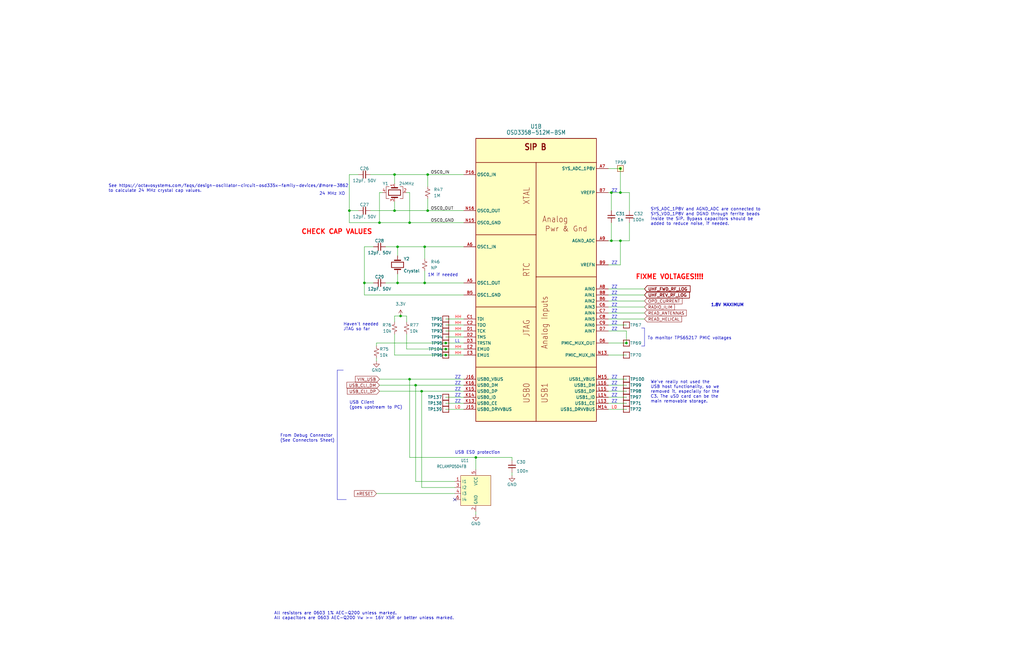
<source format=kicad_sch>
(kicad_sch (version 20230121) (generator eeschema)
  (paper "USLedger")
  (title_block (title "OreSat C3: OSD3358 SIP B") (date "2023-05-29") (rev "6.0"))
  (lib_symbols
    (symbol "Device:C_Small" (pin_numbers hide) (pin_names (offset 0.254) hide)
      (property "Reference" "C" (at 0.254 1.778 0))
      (property "Value" "C_Small" (at 0.254 -2.032 0))
      (symbol "C_Small_1_1"
        (pin passive line (at 0 2.54 270) (length 2.032) (name "~") (number "1"))
        (pin passive line (at 0 -2.54 90) (length 2.032) (name "~") (number "2"))
      )
    )
    (symbol "Device:Crystal" (pin_numbers hide) (pin_names (offset 1.016) hide)
      (property "Reference" "Y" (at 0 3.81 0))
      (property "Value" "Crystal" (at 0 -3.81 0))
      (symbol "Crystal_1_1"
        (pin passive line (at -3.81 0 0) (length 1.27) (name "1") (number "1"))
        (pin passive line (at 3.81 0 180) (length 1.27) (name "2") (number "2"))
      )
    )
    (symbol "Device:Crystal_GND24" (pin_names (offset 1.016) hide)
      (property "Reference" "Y" (at 3.175 5.08 0))
      (property "Value" "Crystal_GND24" (at 3.175 3.175 0))
      (symbol "Crystal_GND24_1_1"
        (pin passive line (at -3.81 0 0) (length 1.27) (name "1") (number "1"))
        (pin passive line (at 0 5.08 270) (length 1.27) (name "2") (number "2"))
        (pin passive line (at 3.81 0 180) (length 1.27) (name "3") (number "3"))
        (pin passive line (at 0 -5.08 90) (length 1.27) (name "4") (number "4"))
      )
    )
    (symbol "Device:R_Small_US" (pin_numbers hide) (pin_names (offset 0.254) hide)
      (property "Reference" "R" (at 0.762 0.508 0))
      (property "Value" "R_Small_US" (at 0.762 -1.016 0))
      (symbol "R_Small_US_1_1"
        (pin passive line (at 0 2.54 270) (length 1.016) (name "~") (number "1"))
        (pin passive line (at 0 -2.54 90) (length 1.016) (name "~") (number "2"))
      )
    )
    (symbol "oresat-ics:OSD3358-512M-BSM"
      (property "Reference" "U" (at 0 87.63 0))
      (property "Value" "OSD3358-512M-BSM" (at 0 85.09 0))
      (symbol "OSD3358-512M-BSM_1_0"
        (text "Connect to either:\nSYS_VDD_1P8V or\nSYS_VDD3_3P3V" (at 8.89 -21.59 900) (effects (font (size 1.27 1.0795)) (justify bottom)))
        (text "Connect together with pour" (at 5.08 -60.96 900) (effects (font (size 1.27 1.0795)) (justify left bottom)))
        (text "Connect together with pour" (at 5.08 -7.62 900) (effects (font (size 1.27 1.0795)) (justify left bottom)))
        (text "GND to program EEPROM" (at -25.4 -71.12 0) (effects (font (size 1.27 1.0795)) (justify left bottom)))
        (text "I2C0" (at -2.54 -60.96 900) (effects (font (size 2.54 2.159)) (justify left bottom)))
        (text "Reset" (at 5.08 -81.28 900) (effects (font (size 2.54 2.159)) (justify left bottom)))
        (text "SIP A" (at -20.32 17.78 0) (effects (font (size 2.54 2.159) bold) (justify left bottom)))
        (pin bidirectional line (at -35.56 -53.34 0) (length 5.08) (name "I2C0_SCL") (number "C10"))
        (pin bidirectional line (at -35.56 -63.5 0) (length 5.08) (name "I2C0_SDA") (number "C11"))
        (pin bidirectional line (at -35.56 -50.8 0) (length 5.08) (name "PMIC_SCL") (number "D10"))
        (pin bidirectional line (at -35.56 -60.96 0) (length 5.08) (name "PMIC_SDA") (number "D11"))
        (pin bidirectional line (at -35.56 -40.64 0) (length 5.08) (name "EXTINTN") (number "D4"))
        (pin output line (at -35.56 -38.1 0) (length 5.08) (name "PMIC_NINT") (number "E4"))
        (pin power_in line (at 35.56 -38.1 180) (length 5.08) (name "SYS_VDD_1P8V@1") (number "F10"))
        (pin power_in line (at 35.56 43.18 180) (length 5.08) (name "SYS_VDD2_3P3V@1") (number "F11"))
        (pin power_in line (at 35.56 60.96 180) (length 5.08) (name "SYS_VDD1_3P3V@1") (number "F6"))
        (pin power_in line (at 35.56 58.42 180) (length 5.08) (name "SYS_VDD1_3P3V@2") (number "F7"))
        (pin power_in line (at 35.56 12.7 180) (length 5.08) (name "SYS_VDD3_3P3V@1") (number "F8"))
        (pin power_in line (at 35.56 -22.86 180) (length 5.08) (name "VDDSHV4") (number "F9"))
        (pin power_in line (at 35.56 -40.64 180) (length 5.08) (name "SYS_VDD_1P8V@2") (number "G10"))
        (pin power_in line (at 35.56 40.64 180) (length 5.08) (name "SYS_VDD2_3P3V@2") (number "G11"))
        (pin power_in line (at 35.56 55.88 180) (length 5.08) (name "SYS_VDD1_3P3V@3") (number "G6"))
        (pin power_in line (at 35.56 53.34 180) (length 5.08) (name "SYS_VDD1_3P3V@4") (number "G7"))
        (pin power_in line (at 35.56 10.16 180) (length 5.08) (name "SYS_VDD3_3P3V@2") (number "G8"))
        (pin power_in line (at 35.56 -25.4 180) (length 5.08) (name "VDDSHV5") (number "G9"))
        (pin power_in line (at 35.56 -43.18 180) (length 5.08) (name "SYS_VDD_1P8V@3") (number "H10"))
        (pin power_in line (at 35.56 -45.72 180) (length 5.08) (name "SYS_VDD_1P8V@4") (number "H11"))
        (pin power_in line (at 35.56 7.62 180) (length 5.08) (name "SYS_VDD3_3P3V@3") (number "H7"))
        (pin power_in line (at 35.56 5.08 180) (length 5.08) (name "SYS_VDD3_3P3V@4") (number "H8"))
        (pin power_in line (at 35.56 -27.94 180) (length 5.08) (name "VDDSHV6") (number "H9"))
        (pin power_in line (at 35.56 -48.26 180) (length 5.08) (name "SYS_VDD_1P8V@5") (number "J10"))
        (pin power_in line (at 35.56 -50.8 180) (length 5.08) (name "SYS_VDD_1P8V@6") (number "J11"))
        (pin power_in line (at 35.56 2.54 180) (length 5.08) (name "SYS_VDD3_3P3V@5") (number "J7"))
        (pin power_in line (at 35.56 0 180) (length 5.08) (name "SYS_VDD3_3P3V@6") (number "J8"))
        (pin power_in line (at 35.56 -15.24 180) (length 5.08) (name "VDDSHV1") (number "J9"))
        (pin power_in line (at 35.56 -53.34 180) (length 5.08) (name "SYS_VDD_1P8V@7") (number "K10"))
        (pin power_in line (at 35.56 30.48 180) (length 5.08) (name "SYS_RTC_1P8V@1") (number "K11"))
        (pin power_in line (at 35.56 78.74 180) (length 5.08) (name "SYS_VOUT@1") (number "K6"))
        (pin power_in line (at 35.56 76.2 180) (length 5.08) (name "SYS_VOUT@2") (number "K7"))
        (pin power_in line (at 35.56 -2.54 180) (length 5.08) (name "SYS_VDD3_3P3V@7") (number "K8"))
        (pin power_in line (at 35.56 -17.78 180) (length 5.08) (name "VDDSHV2") (number "K9"))
        (pin power_in line (at 35.56 -55.88 180) (length 5.08) (name "SYS_VDD_1P8V@8") (number "L10"))
        (pin power_in line (at 35.56 27.94 180) (length 5.08) (name "SYS_RTC_1P8V@2") (number "L11"))
        (pin output line (at -35.56 -30.48 0) (length 5.08) (name "PMIC_NWAKEUP") (number "L4"))
        (pin power_in line (at 35.56 73.66 180) (length 5.08) (name "SYS_VOUT@3") (number "L6"))
        (pin power_in line (at 35.56 71.12 180) (length 5.08) (name "SYS_VOUT@4") (number "L7"))
        (pin power_in line (at 35.56 -5.08 180) (length 5.08) (name "SYS_VDD3_3P3V@8") (number "L8"))
        (pin power_in line (at 35.56 -20.32 180) (length 5.08) (name "VDDSHV3") (number "L9"))
        (pin bidirectional line (at -35.56 5.08 0) (length 5.08) (name "PMIC_NRESET") (number "M13"))
        (pin bidirectional line (at -35.56 -83.82 0) (length 5.08) (name "RTC_KALDO_ENN") (number "M16"))
        (pin bidirectional line (at -35.56 -73.66 0) (length 5.08) (name "EEPROM_WP") (number "M2"))
        (pin bidirectional line (at -35.56 -33.02 0) (length 5.08) (name "EXT_WAKEUP") (number "M4"))
        (pin output line (at -35.56 -17.78 0) (length 5.08) (name "PMIC_POWER_EN") (number "N10"))
        (pin input line (at -35.56 -15.24 0) (length 5.08) (name "PMIC_PWR_EN") (number "N11"))
        (pin output line (at 35.56 -71.12 180) (length 5.08) (name "PMIC_PGOOD") (number "N12"))
        (pin output line (at -35.56 -22.86 0) (length 5.08) (name "PMIC_LDO_PGOOD") (number "N4"))
        (pin bidirectional line (at -35.56 -25.4 0) (length 5.08) (name "RTC_PWRONRSTN") (number "N5"))
        (pin bidirectional line (at -35.56 35.56 0) (length 5.08) (name "PMIC_TS") (number "N6"))
        (pin bidirectional line (at -35.56 38.1 0) (length 5.08) (name "PMIC_BAT_SENSE") (number "N7"))
        (pin power_in line (at -35.56 78.74 0) (length 5.08) (name "VIN_AC@1") (number "P10"))
        (pin bidirectional line (at 35.56 -73.66 180) (length 5.08) (name "PWRONRSTN") (number "P11"))
        (pin power_in line (at -35.56 48.26 0) (length 5.08) (name "VIN_BAT@1") (number "P8"))
        (pin power_in line (at -35.56 63.5 0) (length 5.08) (name "VIN_USB@1") (number "P9"))
        (pin power_in line (at -35.56 76.2 0) (length 5.08) (name "VIN_AC@2") (number "R10"))
        (pin bidirectional line (at 35.56 -83.82 180) (length 5.08) (name "WARMRSTN") (number "R11"))
        (pin power_in line (at -35.56 45.72 0) (length 5.08) (name "VIN_BAT@2") (number "R8"))
        (pin power_in line (at -35.56 60.96 0) (length 5.08) (name "VIN_USB@2") (number "R9"))
        (pin power_in line (at -35.56 73.66 0) (length 5.08) (name "VIN_AC@3") (number "T10"))
        (pin bidirectional line (at -35.56 -5.08 0) (length 5.08) (name "PMIC_PB_IN") (number "T11"))
        (pin power_in line (at -35.56 43.18 0) (length 5.08) (name "VIN_BAT@3") (number "T8"))
        (pin power_in line (at -35.56 58.42 0) (length 5.08) (name "VIN_USB@3") (number "T9"))
      )
      (symbol "OSD3358-512M-BSM_2_0"
        (text "Analog" (at 2.54 22.86 0) (effects (font (size 2.54 2.159)) (justify left bottom)))
        (text "Analog Inputs" (at 5.08 -30.48 900) (effects (font (size 2.54 2.159)) (justify left bottom)))
        (text "JTAG" (at -2.54 -25.4 900) (effects (font (size 2.54 2.159)) (justify left bottom)))
        (text "Pwr & Gnd" (at 12.7 20.32 0) (effects (font (size 2.159 2.159))))
        (text "RTC" (at -2.54 0 900) (effects (font (size 2.54 2.159)) (justify left bottom)))
        (text "SIP B" (at -5.08 53.34 0) (effects (font (size 2.54 2.159) bold) (justify left bottom)))
        (text "USB0" (at -2.54 -53.34 900) (effects (font (size 2.54 2.159)) (justify left bottom)))
        (text "USB1" (at 5.08 -53.34 900) (effects (font (size 2.54 2.159)) (justify left bottom)))
        (text "XTAL" (at -2.54 30.48 900) (effects (font (size 2.54 2.159)) (justify left bottom)))
        (pin bidirectional line (at -30.48 -2.54 0) (length 5.08) (name "OSC1_OUT") (number "A5"))
        (pin bidirectional line (at -30.48 12.7 0) (length 5.08) (name "OSC1_IN") (number "A6"))
        (pin bidirectional line (at 30.48 45.72 180) (length 5.08) (name "SYS_ADC_1P8V") (number "A7"))
        (pin bidirectional line (at 30.48 -5.08 180) (length 5.08) (name "AIN0") (number "A8"))
        (pin bidirectional line (at 30.48 15.24 180) (length 5.08) (name "AGND_ADC") (number "A9"))
        (pin bidirectional line (at -30.48 -7.62 0) (length 5.08) (name "OSC1_GND") (number "B5"))
        (pin bidirectional line (at 30.48 -10.16 180) (length 5.08) (name "AIN2") (number "B6"))
        (pin bidirectional line (at 30.48 35.56 180) (length 5.08) (name "VREFP") (number "B7"))
        (pin bidirectional line (at 30.48 -7.62 180) (length 5.08) (name "AIN1") (number "B8"))
        (pin bidirectional line (at 30.48 5.08 180) (length 5.08) (name "VREFN") (number "B9"))
        (pin bidirectional line (at -30.48 -17.78 0) (length 5.08) (name "TDI") (number "C1"))
        (pin bidirectional line (at -30.48 -20.32 0) (length 5.08) (name "TDO") (number "C2"))
        (pin bidirectional line (at 30.48 -12.7 180) (length 5.08) (name "AIN3") (number "C6"))
        (pin bidirectional line (at 30.48 -15.24 180) (length 5.08) (name "AIN4") (number "C7"))
        (pin bidirectional line (at 30.48 -17.78 180) (length 5.08) (name "AIN5") (number "C8"))
        (pin bidirectional line (at 30.48 -20.32 180) (length 5.08) (name "AIN6") (number "C9"))
        (pin bidirectional line (at -30.48 -22.86 0) (length 5.08) (name "TCK") (number "D1"))
        (pin bidirectional line (at -30.48 -25.4 0) (length 5.08) (name "TMS") (number "D2"))
        (pin bidirectional line (at -30.48 -27.94 0) (length 5.08) (name "TRSTN") (number "D3"))
        (pin bidirectional line (at 30.48 -27.94 180) (length 5.08) (name "PMIC_MUX_OUT") (number "D6"))
        (pin bidirectional line (at 30.48 -22.86 180) (length 5.08) (name "AIN7") (number "D7"))
        (pin bidirectional line (at -30.48 -30.48 0) (length 5.08) (name "EMU0") (number "E2"))
        (pin bidirectional line (at -30.48 -33.02 0) (length 5.08) (name "EMU1") (number "E3"))
        (pin bidirectional line (at -30.48 -55.88 0) (length 5.08) (name "USB0_DRVVBUS") (number "J15"))
        (pin bidirectional line (at -30.48 -43.18 0) (length 5.08) (name "USB0_VBUS") (number "J16"))
        (pin bidirectional line (at -30.48 -53.34 0) (length 5.08) (name "USB0_CE") (number "K13"))
        (pin bidirectional line (at -30.48 -50.8 0) (length 5.08) (name "USB0_ID") (number "K14"))
        (pin bidirectional line (at -30.48 -48.26 0) (length 5.08) (name "USB0_DP") (number "K15"))
        (pin bidirectional line (at -30.48 -45.72 0) (length 5.08) (name "USB0_DM") (number "K16"))
        (pin bidirectional line (at 30.48 -53.34 180) (length 5.08) (name "USB1_CE") (number "L13"))
        (pin bidirectional line (at 30.48 -50.8 180) (length 5.08) (name "USB1_ID") (number "L14"))
        (pin bidirectional line (at 30.48 -48.26 180) (length 5.08) (name "USB1_DP") (number "L15"))
        (pin bidirectional line (at 30.48 -45.72 180) (length 5.08) (name "USB1_DM") (number "L16"))
        (pin bidirectional line (at 30.48 -55.88 180) (length 5.08) (name "USB1_DRVVBUS") (number "M14"))
        (pin bidirectional line (at 30.48 -43.18 180) (length 5.08) (name "USB1_VBUS") (number "M15"))
        (pin bidirectional line (at 30.48 -33.02 180) (length 5.08) (name "PMIC_MUX_IN") (number "N13"))
        (pin bidirectional line (at -30.48 22.86 0) (length 5.08) (name "OSC0_GND") (number "N15"))
        (pin bidirectional line (at -30.48 27.94 0) (length 5.08) (name "OSC0_OUT") (number "N16"))
        (pin bidirectional line (at -30.48 43.18 0) (length 5.08) (name "OSC0_IN") (number "P16"))
      )
      (symbol "OSD3358-512M-BSM_3_0"
        (text "SIP C" (at -5.08 53.34 0) (effects (font (size 2.54 2.159) bold) (justify left bottom)))
        (pin bidirectional line (at -30.48 -12.7 0) (length 5.08) (name "MCASP0_ACLKX") (number "A1"))
        (pin bidirectional line (at -30.48 33.02 0) (length 5.08) (name "UART1_RTSN") (number "A10"))
        (pin bidirectional line (at -30.48 38.1 0) (length 5.08) (name "UART1_RXD") (number "A11"))
        (pin bidirectional line (at -30.48 53.34 0) (length 5.08) (name "UART0_RXD") (number "A12"))
        (pin bidirectional line (at -30.48 25.4 0) (length 5.08) (name "SPI0_SCLK") (number "A13"))
        (pin bidirectional line (at -30.48 17.78 0) (length 5.08) (name "SPI0_CS0") (number "A14"))
        (pin bidirectional line (at -30.48 0 0) (length 5.08) (name "MMC0_DAT1") (number "A15"))
        (pin bidirectional line (at -30.48 2.54 0) (length 5.08) (name "MMC0_DAT0") (number "A16"))
        (pin bidirectional line (at -30.48 -15.24 0) (length 5.08) (name "MCASP0_FSX") (number "A2"))
        (pin bidirectional line (at -30.48 -22.86 0) (length 5.08) (name "MCASP0_ACLKR") (number "A3"))
        (pin bidirectional line (at -30.48 -38.1 0) (length 5.08) (name "XDMA_EVENT_INTR0") (number "A4"))
        (pin bidirectional line (at -30.48 -20.32 0) (length 5.08) (name "MCASP0_AHCLKR") (number "B1"))
        (pin bidirectional line (at -30.48 35.56 0) (length 5.08) (name "UART1_CTSN") (number "B10"))
        (pin bidirectional line (at -30.48 40.64 0) (length 5.08) (name "UART1_TXD") (number "B11"))
        (pin bidirectional line (at -30.48 55.88 0) (length 5.08) (name "UART0_TXD") (number "B12"))
        (pin bidirectional line (at -30.48 22.86 0) (length 5.08) (name "SPI0_D0") (number "B13"))
        (pin bidirectional line (at -30.48 20.32 0) (length 5.08) (name "SPI0_D1") (number "B14"))
        (pin bidirectional line (at -30.48 7.62 0) (length 5.08) (name "MMC0_CLK") (number "B15"))
        (pin bidirectional line (at -30.48 5.08 0) (length 5.08) (name "MMC0_CMD") (number "B16"))
        (pin bidirectional line (at -30.48 -17.78 0) (length 5.08) (name "MCASP0_AXR0") (number "B2"))
        (pin bidirectional line (at -30.48 -25.4 0) (length 5.08) (name "MCASP0_FSR") (number "B3"))
        (pin bidirectional line (at -30.48 -40.64 0) (length 5.08) (name "XDMA_EVENT_INTR1") (number "B4"))
        (pin bidirectional line (at -30.48 50.8 0) (length 5.08) (name "UART0_CTSN") (number "C12"))
        (pin bidirectional line (at -30.48 48.26 0) (length 5.08) (name "UART0_RTSN") (number "C13"))
        (pin bidirectional line (at -30.48 15.24 0) (length 5.08) (name "SPI0_CS1") (number "C14"))
        (pin bidirectional line (at -30.48 -5.08 0) (length 5.08) (name "MMC0_DAT3") (number "C15"))
        (pin bidirectional line (at -30.48 -2.54 0) (length 5.08) (name "MMC0_DAT2") (number "C16"))
        (pin bidirectional line (at -30.48 -27.94 0) (length 5.08) (name "MCASP0_AXR1") (number "C3"))
        (pin bidirectional line (at -30.48 -30.48 0) (length 5.08) (name "MCASP0_AHCLKX") (number "C4"))
        (pin bidirectional line (at -30.48 -43.18 0) (length 5.08) (name "ECAP0_IN_PWM0_OUT") (number "C5"))
        (pin bidirectional line (at 30.48 -50.8 180) (length 5.08) (name "GPMC_ADVN_ALE") (number "M1"))
        (pin bidirectional line (at 30.48 -58.42 180) (length 5.08) (name "GPMC_OEN_REN") (number "N1"))
        (pin bidirectional line (at 30.48 17.78 180) (length 5.08) (name "GPMC_BEN1") (number "N14"))
        (pin bidirectional line (at 30.48 -55.88 180) (length 5.08) (name "GPMC_WEN") (number "N2"))
        (pin bidirectional line (at 30.48 -53.34 180) (length 5.08) (name "GPMC_BEN0_CLE") (number "N3"))
        (pin bidirectional line (at 30.48 2.54 180) (length 5.08) (name "GPMC_CSN2") (number "P1"))
        (pin bidirectional line (at 30.48 45.72 180) (length 5.08) (name "GPMC_A2") (number "P12"))
        (pin bidirectional line (at 30.48 38.1 180) (length 5.08) (name "GPMC_A5") (number "P13"))
        (pin bidirectional line (at 30.48 30.48 180) (length 5.08) (name "GPMC_A8") (number "P14"))
        (pin bidirectional line (at 30.48 15.24 180) (length 5.08) (name "GPMC_WAIT0") (number "P15"))
        (pin bidirectional line (at 30.48 5.08 180) (length 5.08) (name "GPMC_CSN1") (number "P2"))
        (pin bidirectional line (at 30.48 7.62 180) (length 5.08) (name "GPMC_CSN0") (number "P3"))
        (pin bidirectional line (at 30.48 -20.32 180) (length 5.08) (name "GPMC_AD6") (number "P4"))
        (pin bidirectional line (at 30.48 -30.48 180) (length 5.08) (name "GPMC_AD9") (number "P5"))
        (pin bidirectional line (at 30.48 -38.1 180) (length 5.08) (name "GPMC_AD12") (number "P6"))
        (pin bidirectional line (at 30.48 -45.72 180) (length 5.08) (name "GPMC_AD15") (number "P7"))
        (pin bidirectional line (at 30.48 -10.16 180) (length 5.08) (name "GPMC_AD2") (number "R1"))
        (pin bidirectional line (at 30.48 48.26 180) (length 5.08) (name "GPMC_A1") (number "R12"))
        (pin bidirectional line (at 30.48 40.64 180) (length 5.08) (name "GPMC_A4") (number "R13"))
        (pin bidirectional line (at 30.48 33.02 180) (length 5.08) (name "GPMC_A7") (number "R14"))
        (pin bidirectional line (at 30.48 25.4 180) (length 5.08) (name "GPMC_A10") (number "R15"))
        (pin bidirectional line (at 30.48 12.7 180) (length 5.08) (name "GPMC_WPN") (number "R16"))
        (pin bidirectional line (at 30.48 -7.62 180) (length 5.08) (name "GPMC_AD1") (number "R2"))
        (pin bidirectional line (at 30.48 -5.08 180) (length 5.08) (name "GPMC_AD0") (number "R3"))
        (pin bidirectional line (at 30.48 -22.86 180) (length 5.08) (name "GPMC_AD7") (number "R4"))
        (pin bidirectional line (at 30.48 -33.02 180) (length 5.08) (name "GPMC_AD10") (number "R5"))
        (pin bidirectional line (at 30.48 -40.64 180) (length 5.08) (name "GPMC_AD13") (number "R6"))
        (pin bidirectional line (at 30.48 0 180) (length 5.08) (name "GPMC_CSN3") (number "R7"))
        (pin bidirectional line (at 30.48 -17.78 180) (length 5.08) (name "GPMC_AD5") (number "T1"))
        (pin bidirectional line (at 30.48 50.8 180) (length 5.08) (name "GPMC_A0") (number "T12"))
        (pin bidirectional line (at 30.48 43.18 180) (length 5.08) (name "GPMC_A3") (number "T13"))
        (pin bidirectional line (at 30.48 35.56 180) (length 5.08) (name "GPMC_A6") (number "T14"))
        (pin bidirectional line (at 30.48 27.94 180) (length 5.08) (name "GPMC_A9") (number "T15"))
        (pin bidirectional line (at 30.48 22.86 180) (length 5.08) (name "GPMC_A11") (number "T16"))
        (pin bidirectional line (at 30.48 -15.24 180) (length 5.08) (name "GPMC_AD4") (number "T2"))
        (pin bidirectional line (at 30.48 -12.7 180) (length 5.08) (name "GPMC_AD3") (number "T3"))
        (pin bidirectional line (at 30.48 -27.94 180) (length 5.08) (name "GPMC_AD8") (number "T4"))
        (pin bidirectional line (at 30.48 -35.56 180) (length 5.08) (name "GPMC_AD11") (number "T5"))
        (pin bidirectional line (at 30.48 -43.18 180) (length 5.08) (name "GPMC_AD14") (number "T6"))
        (pin bidirectional line (at 30.48 55.88 180) (length 5.08) (name "GPMC_CLK") (number "T7"))
      )
      (symbol "OSD3358-512M-BSM_4_0"
        (text "SIP D" (at -20.32 -30.48 0) (effects (font (size 2.54 2.159) bold) (justify left bottom)))
        (pin bidirectional line (at -30.48 -17.78 0) (length 5.08) (name "MDC") (number "D13"))
        (pin bidirectional line (at -30.48 -5.08 0) (length 5.08) (name "MII1_RXD3") (number "D14"))
        (pin bidirectional line (at -30.48 -2.54 0) (length 5.08) (name "MII1_RXD2") (number "D15"))
        (pin bidirectional line (at -30.48 0 0) (length 5.08) (name "MII1_RXD1") (number "D16"))
        (pin bidirectional line (at 30.48 -22.86 180) (length 5.08) (name "LCD_AC_BIAS_EN") (number "E1"))
        (pin bidirectional line (at -30.48 -20.32 0) (length 5.08) (name "MDIO") (number "E13"))
        (pin bidirectional line (at -30.48 2.54 0) (length 5.08) (name "MII1_RXD0") (number "E14"))
        (pin bidirectional line (at -30.48 -7.62 0) (length 5.08) (name "MII1_RX_ER") (number "E15"))
        (pin bidirectional line (at -30.48 5.08 0) (length 5.08) (name "MII1_RX_CLK") (number "E16"))
        (pin bidirectional line (at 30.48 -15.24 180) (length 5.08) (name "LCD_PCLK") (number "F1"))
        (pin bidirectional line (at -30.48 12.7 0) (length 5.08) (name "MII1_CRS") (number "F14"))
        (pin bidirectional line (at -30.48 10.16 0) (length 5.08) (name "MII1_COL") (number "F15"))
        (pin bidirectional line (at -30.48 -10.16 0) (length 5.08) (name "MII1_RX_DV") (number "F16"))
        (pin bidirectional line (at 30.48 -20.32 180) (length 5.08) (name "LCD_HSYNC") (number "F2"))
        (pin bidirectional line (at 30.48 -17.78 180) (length 5.08) (name "LCD_VSYNC") (number "F3"))
        (pin bidirectional line (at 30.48 22.86 180) (length 5.08) (name "LCD_DATA2") (number "G1"))
        (pin bidirectional line (at -30.48 15.24 0) (length 5.08) (name "MII1_TX_EN") (number "G14"))
        (pin bidirectional line (at -30.48 17.78 0) (length 5.08) (name "MII1_TXD3") (number "G15"))
        (pin bidirectional line (at -30.48 20.32 0) (length 5.08) (name "MII1_TXD2") (number "G16"))
        (pin bidirectional line (at 30.48 25.4 180) (length 5.08) (name "LCD_DATA1") (number "G2"))
        (pin bidirectional line (at 30.48 27.94 180) (length 5.08) (name "LCD_DATA0") (number "G3"))
        (pin bidirectional line (at 30.48 15.24 180) (length 5.08) (name "LCD_DATA5") (number "H1"))
        (pin bidirectional line (at -30.48 22.86 0) (length 5.08) (name "MII1_TXD1") (number "H14"))
        (pin bidirectional line (at -30.48 25.4 0) (length 5.08) (name "MII1_TXD0") (number "H15"))
        (pin bidirectional line (at -30.48 27.94 0) (length 5.08) (name "MII1_TX_CLK") (number "H16"))
        (pin bidirectional line (at 30.48 17.78 180) (length 5.08) (name "LCD_DATA4") (number "H2"))
        (pin bidirectional line (at 30.48 20.32 180) (length 5.08) (name "LCD_DATA3") (number "H3"))
        (pin bidirectional line (at 30.48 7.62 180) (length 5.08) (name "LCD_DATA8") (number "J1"))
        (pin bidirectional line (at -30.48 -15.24 0) (length 5.08) (name "RMII1_REF_CLK") (number "J14"))
        (pin bidirectional line (at 30.48 10.16 180) (length 5.08) (name "LCD_DATA7") (number "J2"))
        (pin bidirectional line (at 30.48 12.7 180) (length 5.08) (name "LCD_DATA6") (number "J3"))
        (pin bidirectional line (at 30.48 0 180) (length 5.08) (name "LCD_DATA11") (number "K1"))
        (pin bidirectional line (at 30.48 2.54 180) (length 5.08) (name "LCD_DATA10") (number "K2"))
        (pin bidirectional line (at 30.48 5.08 180) (length 5.08) (name "LCD_DATA9") (number "K3"))
        (pin bidirectional line (at 30.48 -7.62 180) (length 5.08) (name "LCD_DATA14") (number "L1"))
        (pin bidirectional line (at 30.48 -5.08 180) (length 5.08) (name "LCD_DATA13") (number "L2"))
        (pin bidirectional line (at 30.48 -2.54 180) (length 5.08) (name "LCD_DATA12") (number "L3"))
        (pin bidirectional line (at 30.48 -10.16 180) (length 5.08) (name "LCD_DATA15") (number "M3"))
      )
      (symbol "OSD3358-512M-BSM_5_0"
        (text "a via per pad." (at -7.62 -21.59 0) (effects (font (size 1.27 1.27)) (justify left)))
        (text "DGND pads  instead of " (at -7.62 -19.05 0) (effects (font (size 1.27 1.27)) (justify left)))
        (text "NOTE:  Can use pours to connect" (at -13.97 -17.78 0) (effects (font (size 1.27 1.0795)) (justify left bottom)))
        (text "SIP E" (at 0 20.32 0) (effects (font (size 2.54 2.159) bold) (justify bottom)))
        (pin bidirectional line (at -30.48 25.4 0) (length 5.08) (name "DGND@1") (number "D8"))
        (pin bidirectional line (at -30.48 22.86 0) (length 5.08) (name "DGND@2") (number "D9"))
        (pin bidirectional line (at -30.48 5.08 0) (length 5.08) (name "DGND@8") (number "E10"))
        (pin bidirectional line (at -30.48 2.54 0) (length 5.08) (name "DGND@9") (number "E11"))
        (pin bidirectional line (at -30.48 0 0) (length 5.08) (name "DGND@10") (number "E12"))
        (pin bidirectional line (at -30.48 17.78 0) (length 5.08) (name "DGND@3") (number "E5"))
        (pin bidirectional line (at -30.48 15.24 0) (length 5.08) (name "DGND@4") (number "E6"))
        (pin bidirectional line (at -30.48 12.7 0) (length 5.08) (name "DGND@5") (number "E7"))
        (pin bidirectional line (at -30.48 10.16 0) (length 5.08) (name "DGND@6") (number "E8"))
        (pin bidirectional line (at -30.48 7.62 0) (length 5.08) (name "DGND@7") (number "E9"))
        (pin bidirectional line (at -30.48 -7.62 0) (length 5.08) (name "DGND@12") (number "F12"))
        (pin bidirectional line (at -30.48 -5.08 0) (length 5.08) (name "DGND@11") (number "F5"))
        (pin bidirectional line (at -30.48 -15.24 0) (length 5.08) (name "DGND@14") (number "G12"))
        (pin bidirectional line (at -30.48 -12.7 0) (length 5.08) (name "DGND@13") (number "G5"))
        (pin bidirectional line (at -30.48 -25.4 0) (length 5.08) (name "DGND@17") (number "H12"))
        (pin bidirectional line (at -30.48 -27.94 0) (length 5.08) (name "DGND@18") (number "H13"))
        (pin bidirectional line (at -30.48 -20.32 0) (length 5.08) (name "DGND@15") (number "H4"))
        (pin bidirectional line (at -30.48 -22.86 0) (length 5.08) (name "DGND@16") (number "H5"))
        (pin bidirectional line (at 30.48 20.32 180) (length 5.08) (name "DGND@21") (number "J12"))
        (pin bidirectional line (at 30.48 17.78 180) (length 5.08) (name "DGND@22") (number "J13"))
        (pin bidirectional line (at 30.48 25.4 180) (length 5.08) (name "DGND@19") (number "J4"))
        (pin bidirectional line (at 30.48 22.86 180) (length 5.08) (name "DGND@20") (number "J5"))
        (pin bidirectional line (at 30.48 10.16 180) (length 5.08) (name "DGND@24") (number "K12"))
        (pin bidirectional line (at 30.48 12.7 180) (length 5.08) (name "DGND@23") (number "K5"))
        (pin bidirectional line (at 30.48 2.54 180) (length 5.08) (name "DGND@26") (number "L12"))
        (pin bidirectional line (at 30.48 5.08 180) (length 5.08) (name "DGND@25") (number "L5"))
        (pin bidirectional line (at 30.48 -15.24 180) (length 5.08) (name "DGND@32") (number "M10"))
        (pin bidirectional line (at 30.48 -17.78 180) (length 5.08) (name "DGND@33") (number "M11"))
        (pin bidirectional line (at 30.48 -20.32 180) (length 5.08) (name "DGND@34") (number "M12"))
        (pin bidirectional line (at 30.48 -2.54 180) (length 5.08) (name "DGND@27") (number "M5"))
        (pin bidirectional line (at 30.48 -5.08 180) (length 5.08) (name "DGND@28") (number "M6"))
        (pin bidirectional line (at 30.48 -7.62 180) (length 5.08) (name "DGND@29") (number "M7"))
        (pin bidirectional line (at 30.48 -10.16 180) (length 5.08) (name "DGND@30") (number "M8"))
        (pin bidirectional line (at 30.48 -12.7 180) (length 5.08) (name "DGND@31") (number "M9"))
        (pin bidirectional line (at 30.48 -25.4 180) (length 5.08) (name "DGND@35") (number "N8"))
        (pin bidirectional line (at 30.48 -27.94 180) (length 5.08) (name "DGND@36") (number "N9"))
      )
      (symbol "OSD3358-512M-BSM_6_0"
        (text "Do Not Connect" (at 0 -15.24 0) (effects (font (size 1.778 1.5113))))
        (text "Do Not Use" (at 0 11.43 0) (effects (font (size 1.778 1.5113)) (justify bottom)))
        (text "power rail recommended" (at -10.16 5.08 0) (effects (font (size 1.27 1.27)) (justify left)))
        (text "SIP F" (at 15.24 20.32 0) (effects (font (size 2.54 2.159) bold) (justify bottom)))
        (text "Test Point per " (at -10.16 7.62 0) (effects (font (size 1.27 1.27)) (justify left)))
        (pin bidirectional line (at 27.94 -5.08 180) (length 5.08) (name "NC@1") (number "D12"))
        (pin bidirectional line (at -27.94 -5.08 0) (length 5.08) (name "CAP_VDD_RTC") (number "D5"))
        (pin bidirectional line (at -27.94 10.16 0) (length 5.08) (name "VDD_MPU") (number "F13"))
        (pin bidirectional line (at -27.94 20.32 0) (length 5.08) (name "VDDS_DDR") (number "F4"))
        (pin bidirectional line (at -27.94 5.08 0) (length 5.08) (name "VDDS_PLL") (number "G13"))
        (pin bidirectional line (at -27.94 15.24 0) (length 5.08) (name "VDD_CORE") (number "G4"))
        (pin bidirectional line (at -27.94 -10.16 0) (length 5.08) (name "VPP") (number "H6"))
        (pin bidirectional line (at 27.94 -7.62 180) (length 5.08) (name "NC@2") (number "J6"))
        (pin bidirectional line (at 27.94 -10.16 180) (length 5.08) (name "NC@3") (number "K4"))
      )
    )
    (symbol "oresat-ics:RCLAMP0504FB"
      (property "Reference" "U" (at -13.97 12.7 0))
      (property "Value" "RCLAMP0504FB" (at -13.97 10.16 0))
      (symbol "RCLAMP0504FB_1_0"
        (pin bidirectional line (at -8.89 3.81 0) (length 2.54) (name "I1") (number "1"))
        (pin power_in line (at 0 -8.89 90) (length 2.54) (name "GND") (number "2"))
        (pin bidirectional line (at -8.89 1.27 0) (length 2.54) (name "I2") (number "3"))
        (pin bidirectional line (at -8.89 -1.27 0) (length 2.54) (name "I3") (number "4"))
        (pin power_in line (at 0 8.89 270) (length 2.54) (name "VCC") (number "5"))
        (pin bidirectional line (at -8.89 -3.81 0) (length 2.54) (name "I4") (number "6"))
      )
    )
    (symbol "oresat-misc:Test-Point-0.75mm-th"
      (property "Reference" "TP" (at 0 2.54 0))
      (symbol "Test-Point-0.75mm-th_1_0"
        (pin passive line (at 0 0 0) (length 0) (name "1") (number "1"))
      )
    )
    (symbol "oresat-misc:Test-Point-1mm-round"
      (property "Reference" "TP" (at 0 2.54 0))
      (symbol "Test-Point-1mm-round_1_0"
        (pin passive line (at 0 0 0) (length 0) (name "1") (number "1"))
      )
    )
    (symbol "oresat-power:3.3V" (power) (pin_names (offset 0))
      (property "Value" "3.3V" (at 0 3.556 0))
      (symbol "3.3V_1_1"
        (pin power_in line (at 0 0 90) (length 0) hide (name "3.3V") (number "1"))
      )
    )
    (symbol "power:GND" (power) (pin_names (offset 0))
      (property "Value" "GND" (at 0 -3.81 0))
      (symbol "GND_1_1"
        (pin power_in line (at 0 0 270) (length 0) hide (name "GND") (number "1"))
      )
    )
  )
  (junction (at 160.02 93.98))
  (junction (at 153.67 119.38))
  (junction (at 261.62 101.6))
  (junction (at 166.37 73.66))
  (junction (at 261.62 71.12))
  (junction (at 180.34 88.9))
  (junction (at 172.72 93.98))
  (junction (at 175.26 162.56))
  (junction (at 179.07 119.38))
  (junction (at 172.72 160.02))
  (junction (at 187.96 149.86))
  (junction (at 187.96 144.78))
  (junction (at 167.64 104.14))
  (junction (at 200.66 193.04))
  (junction (at 177.8 165.1))
  (junction (at 168.91 133.35))
  (junction (at 180.34 73.66))
  (junction (at 257.81 101.6))
  (junction (at 179.07 104.14))
  (junction (at 261.62 81.28))
  (junction (at 264.16 144.78))
  (junction (at 187.96 147.32))
  (junction (at 166.37 88.9))
  (junction (at 147.32 88.9))
  (junction (at 167.64 119.38))
  (junction (at 257.81 81.28))
  (no_connect (at 191.77 210.82))
  (polyline (pts (xy 271.78 138.43) (xy 271.78 146.05)))
  (wire (pts (xy 265.43 88.9) (xy 265.43 81.28)))
  (wire (pts (xy 175.26 162.56) (xy 175.26 203.2)))
  (wire (pts (xy 256.54 111.76) (xy 261.62 111.76)))
  (wire (pts (xy 179.07 119.38) (xy 195.58 119.38)))
  (wire (pts (xy 172.72 193.04) (xy 200.66 193.04)))
  (wire (pts (xy 160.02 81.28) (xy 160.02 93.98)))
  (wire (pts (xy 179.07 104.14) (xy 167.64 104.14)))
  (wire (pts (xy 147.32 88.9) (xy 151.13 88.9)))
  (wire (pts (xy 256.54 137.16) (xy 264.16 137.16)))
  (polyline (pts (xy 142.24 156.21) (xy 142.24 210.82)))
  (wire (pts (xy 256.54 139.7) (xy 264.16 139.7)))
  (wire (pts (xy 171.45 135.89) (xy 171.45 133.35)))
  (wire (pts (xy 191.77 205.74) (xy 177.8 205.74)))
  (wire (pts (xy 215.9 193.04) (xy 215.9 194.31)))
  (wire (pts (xy 256.54 129.54) (xy 271.78 129.54)))
  (wire (pts (xy 147.32 93.98) (xy 160.02 93.98)))
  (wire (pts (xy 187.96 172.72) (xy 195.58 172.72)))
  (wire (pts (xy 256.54 170.18) (xy 264.16 170.18)))
  (wire (pts (xy 256.54 160.02) (xy 264.16 160.02)))
  (wire (pts (xy 171.45 81.28) (xy 172.72 81.28)))
  (wire (pts (xy 166.37 85.09) (xy 166.37 88.9)))
  (wire (pts (xy 215.9 199.39) (xy 215.9 200.66)))
  (wire (pts (xy 256.54 132.08) (xy 271.78 132.08)))
  (wire (pts (xy 153.67 124.46) (xy 153.67 119.38)))
  (wire (pts (xy 187.96 167.64) (xy 195.58 167.64)))
  (polyline (pts (xy 270.51 146.05) (xy 271.78 146.05)))
  (wire (pts (xy 195.58 165.1) (xy 177.8 165.1)))
  (wire (pts (xy 187.96 170.18) (xy 195.58 170.18)))
  (wire (pts (xy 257.81 81.28) (xy 257.81 88.9)))
  (wire (pts (xy 200.66 215.9) (xy 200.66 217.17)))
  (wire (pts (xy 256.54 167.64) (xy 264.16 167.64)))
  (wire (pts (xy 166.37 149.86) (xy 166.37 140.97)))
  (wire (pts (xy 166.37 135.89) (xy 166.37 133.35)))
  (wire (pts (xy 195.58 149.86) (xy 187.96 149.86)))
  (wire (pts (xy 265.43 93.98) (xy 265.43 101.6)))
  (wire (pts (xy 179.07 114.3) (xy 179.07 119.38)))
  (wire (pts (xy 167.64 119.38) (xy 162.56 119.38)))
  (wire (pts (xy 200.66 193.04) (xy 215.9 193.04)))
  (wire (pts (xy 160.02 162.56) (xy 175.26 162.56)))
  (wire (pts (xy 171.45 147.32) (xy 187.96 147.32)))
  (wire (pts (xy 195.58 162.56) (xy 175.26 162.56)))
  (wire (pts (xy 264.16 139.7) (xy 264.16 144.78)))
  (wire (pts (xy 195.58 147.32) (xy 187.96 147.32)))
  (wire (pts (xy 256.54 101.6) (xy 257.81 101.6)))
  (wire (pts (xy 158.75 144.78) (xy 187.96 144.78)))
  (wire (pts (xy 195.58 160.02) (xy 172.72 160.02)))
  (wire (pts (xy 147.32 73.66) (xy 147.32 88.9)))
  (wire (pts (xy 256.54 124.46) (xy 271.78 124.46)))
  (wire (pts (xy 179.07 109.22) (xy 179.07 104.14)))
  (polyline (pts (xy 144.78 156.21) (xy 142.24 156.21)))
  (wire (pts (xy 166.37 77.47) (xy 166.37 73.66)))
  (wire (pts (xy 158.75 208.28) (xy 191.77 208.28)))
  (wire (pts (xy 158.75 144.78) (xy 158.75 146.05)))
  (wire (pts (xy 166.37 149.86) (xy 187.96 149.86)))
  (wire (pts (xy 261.62 71.12) (xy 261.62 81.28)))
  (wire (pts (xy 195.58 137.16) (xy 187.96 137.16)))
  (wire (pts (xy 265.43 81.28) (xy 261.62 81.28)))
  (wire (pts (xy 256.54 121.92) (xy 271.78 121.92)))
  (wire (pts (xy 187.96 144.78) (xy 195.58 144.78)))
  (wire (pts (xy 261.62 81.28) (xy 257.81 81.28)))
  (wire (pts (xy 195.58 139.7) (xy 187.96 139.7)))
  (wire (pts (xy 256.54 127) (xy 271.78 127)))
  (wire (pts (xy 179.07 119.38) (xy 167.64 119.38)))
  (wire (pts (xy 261.62 101.6) (xy 265.43 101.6)))
  (wire (pts (xy 147.32 88.9) (xy 147.32 93.98)))
  (wire (pts (xy 257.81 93.98) (xy 257.81 101.6)))
  (wire (pts (xy 172.72 160.02) (xy 172.72 193.04)))
  (wire (pts (xy 172.72 81.28) (xy 172.72 93.98)))
  (wire (pts (xy 180.34 73.66) (xy 180.34 78.74)))
  (wire (pts (xy 160.02 93.98) (xy 172.72 93.98)))
  (wire (pts (xy 167.64 115.57) (xy 167.64 119.38)))
  (wire (pts (xy 161.29 81.28) (xy 160.02 81.28)))
  (wire (pts (xy 179.07 104.14) (xy 195.58 104.14)))
  (wire (pts (xy 157.48 119.38) (xy 153.67 119.38)))
  (wire (pts (xy 162.56 104.14) (xy 167.64 104.14)))
  (wire (pts (xy 191.77 203.2) (xy 175.26 203.2)))
  (wire (pts (xy 160.02 160.02) (xy 172.72 160.02)))
  (wire (pts (xy 261.62 111.76) (xy 261.62 101.6)))
  (wire (pts (xy 151.13 73.66) (xy 147.32 73.66)))
  (wire (pts (xy 256.54 172.72) (xy 264.16 172.72)))
  (wire (pts (xy 200.66 193.04) (xy 200.66 198.12)))
  (wire (pts (xy 153.67 119.38) (xy 153.67 104.14)))
  (wire (pts (xy 180.34 73.66) (xy 195.58 73.66)))
  (wire (pts (xy 153.67 104.14) (xy 157.48 104.14)))
  (wire (pts (xy 166.37 133.35) (xy 168.91 133.35)))
  (wire (pts (xy 180.34 88.9) (xy 195.58 88.9)))
  (wire (pts (xy 256.54 162.56) (xy 264.16 162.56)))
  (wire (pts (xy 195.58 134.62) (xy 187.96 134.62)))
  (wire (pts (xy 172.72 93.98) (xy 195.58 93.98)))
  (wire (pts (xy 256.54 71.12) (xy 261.62 71.12)))
  (wire (pts (xy 256.54 149.86) (xy 264.16 149.86)))
  (wire (pts (xy 256.54 165.1) (xy 264.16 165.1)))
  (wire (pts (xy 195.58 124.46) (xy 153.67 124.46)))
  (wire (pts (xy 256.54 134.62) (xy 271.78 134.62)))
  (wire (pts (xy 156.21 88.9) (xy 166.37 88.9)))
  (wire (pts (xy 177.8 165.1) (xy 177.8 205.74)))
  (wire (pts (xy 171.45 133.35) (xy 168.91 133.35)))
  (wire (pts (xy 167.64 104.14) (xy 167.64 107.95)))
  (wire (pts (xy 171.45 147.32) (xy 171.45 140.97)))
  (wire (pts (xy 166.37 88.9) (xy 180.34 88.9)))
  (wire (pts (xy 256.54 81.28) (xy 257.81 81.28)))
  (wire (pts (xy 195.58 142.24) (xy 187.96 142.24)))
  (polyline (pts (xy 142.24 210.82) (xy 146.05 210.82)))
  (wire (pts (xy 160.02 165.1) (xy 177.8 165.1)))
  (wire (pts (xy 158.75 151.13) (xy 158.75 152.4)))
  (polyline (pts (xy 270.51 138.43) (xy 271.78 138.43)))
  (wire (pts (xy 180.34 83.82) (xy 180.34 88.9)))
  (wire (pts (xy 156.21 73.66) (xy 166.37 73.66)))
  (wire (pts (xy 166.37 73.66) (xy 180.34 73.66)))
  (wire (pts (xy 261.62 101.6) (xy 257.81 101.6)))
  (wire (pts (xy 256.54 144.78) (xy 264.16 144.78)))
  (text "L0" (at 257.81 172.72 0) (effects (font (size 1.27 1.27)) (justify left bottom)))
  (text "ZZ" (at 257.81 134.62 0) (effects (font (size 1.27 1.27)) (justify left bottom)))
  (text "LL" (at 191.77 144.78 0) (effects (font (size 1.27 1.27)) (justify left bottom)))
  (text "1.8V MAXIMUM" (at 299.72 129.54 0) (effects (font (size 1.27 1.27) (thickness 0.254) bold) (justify left bottom)))
  (text "To monitor TPS65217 PMIC voltages" (at 273.05 143.51 0) (effects (font (size 1.27 1.27)) (justify left bottom)))
  (text "ZZ" (at 257.81 127 0) (effects (font (size 1.27 1.27)) (justify left bottom)))
  (text "ZZ" (at 257.81 160.02 0) (effects (font (size 1.27 1.27)) (justify left bottom)))
  (text "FIXME VOLTAGES!!!!" (at 267.97 118.11 0) (effects (font (size 2 2) (thickness 0.4) bold) (justify left bottom)))
  (text "ZZ" (at 257.81 132.08 0) (effects (font (size 1.27 1.27)) (justify left bottom)))
  (text "See https://octavosystems.com/faqs/design-oscillator-circuit-osd335x-family-devices/#more-3862\nto calculate 24 MHz crystal cap values." (at 45.72 81.28 0) (effects (font (size 1.27 1.27)) (justify left bottom)))
  (text "24 MHz XO" (at 134.62 82.55 0) (effects (font (size 1.27 1.27)) (justify left bottom)))
  (text "ZZ" (at 191.77 160.02 0) (effects (font (size 1.27 1.27)) (justify left bottom)))
  (text "ZZ" (at 257.81 129.54 0) (effects (font (size 1.27 1.27)) (justify left bottom)))
  (text "HH" (at 191.77 137.16 0) (effects (font (size 1.27 1.27)) (justify left bottom)))
  (text "ZZ" (at 191.77 162.56 0) (effects (font (size 1.27 1.27)) (justify left bottom)))
  (text "CHECK CAP VALUES" (at 127 99.06 0) (effects (font (size 2 2) (thickness 0.4) bold) (justify left bottom)))
  (text "1M if needed" (at 180.34 116.84 0) (effects (font (size 1.27 1.27)) (justify left bottom)))
  (text "ZZ" (at 257.81 137.16 0) (effects (font (size 1.27 1.27)) (justify left bottom)))
  (text "L0" (at 191.77 172.72 0) (effects (font (size 1.27 1.27)) (justify left bottom)))
  (text "ZZ" (at 191.77 165.1 0) (effects (font (size 1.27 1.27)) (justify left bottom)))
  (text "ZZ" (at 257.81 139.7 0) (effects (font (size 1.27 1.27)) (justify left bottom)))
  (text "ZZ" (at 257.81 111.76 0) (effects (font (size 1.27 1.27)) (justify left bottom)))
  (text "ZZ" (at 257.81 162.56 0) (effects (font (size 1.27 1.27)) (justify left bottom)))
  (text "ZZ" (at 257.81 81.28 0) (effects (font (size 1.27 1.27)) (justify left bottom)))
  (text "ZZ" (at 257.81 167.64 0) (effects (font (size 1.27 1.27)) (justify left bottom)))
  (text "HH" (at 191.77 134.62 0) (effects (font (size 1.27 1.27)) (justify left bottom)))
  (text "Haven't needed\nJTAG so far" (at 144.78 139.7 0) (effects (font (size 1.27 1.27)) (justify left bottom)))
  (text "HH" (at 191.77 147.32 0) (effects (font (size 1.27 1.27)) (justify left bottom)))
  (text "All resistors are 0603 1% AEC-Q200 unless marked.\nAll capacitors are 0603 AEC-Q200 Vw >= 16V X5R or better unless marked." (at 115.57 261.62 0) (effects (font (size 1.27 1.27)) (justify left bottom)))
  (text "HH" (at 191.77 149.86 0) (effects (font (size 1.27 1.27)) (justify left bottom)))
  (text "We've really not used the \nUSB host functionality, so we\nremoved it, especially for the\nC3. The uSD card can be the\nmain removable storage." (at 274.32 170.18 0) (effects (font (size 1.27 1.27)) (justify left bottom)))
  (text "USB Client\n(goes upstream to PC)" (at 147.32 172.72 0) (effects (font (size 1.27 1.27)) (justify left bottom)))
  (text "HH" (at 191.77 142.24 0) (effects (font (size 1.27 1.27)) (justify left bottom)))
  (text "ZZ" (at 191.77 167.64 0) (effects (font (size 1.27 1.27)) (justify left bottom)))
  (text "HH" (at 191.77 139.7 0) (effects (font (size 1.27 1.27)) (justify left bottom)))
  (text "ZZ" (at 257.81 170.18 0) (effects (font (size 1.27 1.27)) (justify left bottom)))
  (text "USB ESD protection" (at 191.77 191.77 0) (effects (font (size 1.27 1.27)) (justify left bottom)))
  (text "SYS_ADC_1P8V and AGND_ADC are connected to\nSYS_VDD_1P8V and DGND through ferrite beads \ninside the SiP. Bypass capacitors should be\nadded to reduce noise, if needed." (at 274.32 95.25 0) (effects (font (size 1.27 1.27)) (justify left bottom)))
  (text "From Debug Connector\n(See Connectors Sheet)" (at 118.11 186.69 0) (effects (font (size 1.27 1.27)) (justify left bottom)))
  (text "ZZ" (at 191.77 170.18 0) (effects (font (size 1.27 1.27)) (justify left bottom)))
  (text "ZZ" (at 257.81 165.1 0) (effects (font (size 1.27 1.27)) (justify left bottom)))
  (text "ZZ" (at 257.81 124.46 0) (effects (font (size 1.27 1.27)) (justify left bottom)))
  (text "ZZ" (at 257.81 121.92 0) (effects (font (size 1.27 1.27)) (justify left bottom)))
  (label "OSC0_GND" (at 181.61 93.98 0) (effects (font (size 1.2446 1.2446))))
  (label "OSC0_OUT" (at 181.61 88.9 0) (effects (font (size 1.2446 1.2446))))
  (label "OSC0_IN" (at 181.61 73.66 0) (effects (font (size 1.2446 1.2446))))
  (global_label "USB_CLI_DP" (shape input) (at 160.02 165.1 180) (property "Intersheetrefs" "${INTERSHEET_REFS}" (at 146.05 165.1 0) (effects (justify right))))
  (global_label "OPD_CURRENT" (shape input) (at 271.78 127 0) (property "Intersheetrefs" "${INTERSHEET_REFS}" (at 288.1115 127 0) (effects (justify left))))
  (global_label "nRESET" (shape input) (at 158.75 208.28 180) (property "Intersheetrefs" "${INTERSHEET_REFS}" (at 148.59 208.28 0) (effects (justify right))))
  (global_label "USB_CLI_DM" (shape input) (at 160.02 162.56 180) (property "Intersheetrefs" "${INTERSHEET_REFS}" (at 146.05 162.56 0) (effects (justify right))))
  (global_label "READ_HELICAL" (shape input) (at 271.78 134.62 0) (property "Intersheetrefs" "${INTERSHEET_REFS}" (at 287.9301 134.62 0) (effects (justify left))))
  (global_label "UHF_FWD_RF_LOG" (shape input) (at 271.78 121.92 0) (effects (font (thickness 0.254) bold)) (property "Intersheetrefs" "${INTERSHEET_REFS}" (at 291.5638 121.92 0) (effects (justify left))))
  (global_label "READ_ANTENNAS" (shape input) (at 271.78 132.08 0) (property "Intersheetrefs" "${INTERSHEET_REFS}" (at 289.9258 132.08 0) (effects (justify left))))
  (global_label "UHF_REV_RF_LOG" (shape input) (at 271.78 124.46 0) (effects (font (thickness 0.254) bold)) (property "Intersheetrefs" "${INTERSHEET_REFS}" (at 291.2614 124.46 0) (effects (justify left))))
  (global_label "VIN_USB" (shape input) (at 160.02 160.02 180) (property "Intersheetrefs" "${INTERSHEET_REFS}" (at 149.8055 159.9406 0) (effects (justify right))))
  (global_label "RADIO_ILIM" (shape input) (at 271.78 129.54 0) (property "Intersheetrefs" "${INTERSHEET_REFS}" (at 284.9064 129.54 0) (effects (justify left))))
  (symbol (lib_id "Device:Crystal_GND24") (at 166.37 81.28 270) (unit 1)
    (property "Reference" "Y1" (at 162.56 77.47 90))
    (property "Value" "24MHz" (at 171.45 77.47 90))
    (property "Footprint" "oresat-footprints:CRYSTAL-5X3.2-4SMD" (effects hide))
  )
  (symbol (lib_id "oresat-misc:Test-Point-1mm-round") (at 264.16 149.86 180) (unit 1)
    (property "Reference" "TP70" (at 270.51 149.86 0) (effects (justify left)))
    (property "Value" "Test-Point" (effects hide))
    (property "Footprint" "oresat-misc:TestPoint_Pad_D1.0mm" (effects hide))
  )
  (symbol (lib_id "oresat-misc:Test-Point-1mm-round") (at 187.96 142.24 180) (unit 1)
    (property "Reference" "TP94" (at 186.69 142.24 0) (effects (justify left)))
    (property "Value" "Test-Point" (effects hide))
    (property "Footprint" "oresat-misc:TestPoint_Pad_D1.0mm" (effects hide))
  )
  (symbol (lib_id "oresat-misc:Test-Point-1mm-round") (at 187.96 134.62 180) (unit 1)
    (property "Reference" "TP91" (at 186.69 134.62 0) (effects (justify left)))
    (property "Value" "Test-Point" (effects hide))
    (property "Footprint" "oresat-misc:TestPoint_Pad_D1.0mm" (effects hide))
  )
  (symbol (lib_id "Device:Crystal") (at 167.64 111.76 90) (unit 1)
    (property "Reference" "Y2" (at 170.18 109.22 90) (effects (justify right)))
    (property "Value" "Crystal" (at 170.18 114.3 90) (effects (justify right)))
    (property "Footprint" "oresat-footprints:CRYSTAL_3.2X1.5" (effects hide))
  )
  (symbol (lib_id "oresat-misc:Test-Point-1mm-round") (at 187.96 137.16 180) (unit 1)
    (property "Reference" "TP92" (at 186.69 137.16 0) (effects (justify left)))
    (property "Value" "Test-Point" (effects hide))
    (property "Footprint" "oresat-misc:TestPoint_Pad_D1.0mm" (effects hide))
  )
  (symbol (lib_id "oresat-misc:Test-Point-1mm-round") (at 264.16 172.72 180) (unit 1)
    (property "Reference" "TP72" (at 270.51 172.72 0) (effects (justify left)))
    (property "Value" "Test-Point" (effects hide))
    (property "Footprint" "oresat-misc:TestPoint_Pad_D1.0mm" (effects hide))
  )
  (symbol (lib_id "Device:C_Small") (at 153.67 88.9 90) (unit 1)
    (property "Reference" "C27" (at 153.67 86.36 90))
    (property "Value" "12pF, 50V" (at 153.67 91.44 90))
    (property "Footprint" "Capacitor_SMD:C_0603_1608Metric" (effects hide))
  )
  (symbol (lib_id "oresat-misc:Test-Point-1mm-round") (at 264.16 165.1 180) (unit 1)
    (property "Reference" "TP98" (at 270.51 165.1 0) (effects (justify left)))
    (property "Value" "Test-Point" (effects hide))
    (property "Footprint" "oresat-misc:TestPoint_Pad_D1.0mm" (effects hide))
  )
  (symbol (lib_id "Device:R_Small_US") (at 166.37 138.43 0) (mirror y) (unit 1)
    (property "Reference" "R76" (at 165.1 137.16 0) (effects (justify left)))
    (property "Value" "10k" (at 165.1 139.7 0) (effects (justify left)))
    (property "Footprint" "Resistor_SMD:R_0603_1608Metric" (effects hide))
  )
  (symbol (lib_id "oresat-misc:Test-Point-1mm-round") (at 187.96 149.86 180) (unit 1)
    (property "Reference" "TP96" (at 186.69 149.86 0) (effects (justify left)))
    (property "Value" "Test-Point" (effects hide))
    (property "Footprint" "oresat-misc:TestPoint_Pad_D1.0mm" (effects hide))
  )
  (symbol (lib_id "Device:R_Small_US") (at 179.07 111.76 0) (unit 1)
    (property "Reference" "R46" (at 181.61 110.4899 0) (effects (justify left)))
    (property "Value" "NP" (at 181.61 113.0299 0) (effects (justify left)))
    (property "Footprint" "Resistor_SMD:R_0603_1608Metric" (effects hide))
  )
  (symbol (lib_id "oresat-misc:Test-Point-1mm-round") (at 187.96 144.78 180) (unit 1)
    (property "Reference" "TP104" (at 186.69 147.32 0) (effects (justify left)))
    (property "Value" "Test-Point" (effects hide))
    (property "Footprint" "oresat-misc:TestPoint_Pad_D1.0mm" (effects hide))
  )
  (symbol (lib_id "oresat-ics:RCLAMP0504FB") (at 200.66 207.01 0) (unit 1)
    (property "Reference" "U11" (at 194.31 194.31 0) (effects (font (size 1.27 1.0795)) (justify left)))
    (property "Value" "RCLAMP0504FB" (at 184.15 196.85 0) (effects (font (size 1.27 1.0795)) (justify left)))
    (property "Footprint" "Package_TO_SOT_SMD:SOT-363_SC-70-6" (effects hide))
    (property "Datasheet" "https://semtech.my.salesforce.com/sfc/p/#E0000000JelG/a/440000001NC4/stkwt9TLwnuFEcETp_EuKKu8Zq_5VZ02wBJYU8lO8Hs" (effects hide))
  )
  (symbol (lib_id "power:GND") (at 200.66 217.17 0) (unit 1)
    (property "Reference" "#PWR0148" (effects hide))
    (property "Value" "GND" (at 200.66 220.98 0))
  )
  (symbol (lib_id "oresat-misc:Test-Point-1mm-round") (at 264.16 160.02 180) (unit 1)
    (property "Reference" "TP100" (at 271.78 160.02 0) (effects (justify left)))
    (property "Value" "Test-Point" (effects hide))
    (property "Footprint" "oresat-misc:TestPoint_Pad_D1.0mm" (effects hide))
  )
  (symbol (lib_id "oresat-misc:Test-Point-1mm-round") (at 187.96 167.64 0) (mirror x) (unit 1)
    (property "Reference" "TP137" (at 180.34 167.64 0) (effects (justify left)))
    (property "Value" "Test-Point" (effects hide))
    (property "Footprint" "oresat-misc:TestPoint_Pad_D1.0mm" (effects hide))
  )
  (symbol (lib_id "oresat-misc:Test-Point-1mm-round") (at 264.16 144.78 180) (unit 1)
    (property "Reference" "TP69" (at 270.51 144.78 0) (effects (justify left)))
    (property "Value" "Test-Point" (effects hide))
    (property "Footprint" "oresat-misc:TestPoint_Pad_D1.0mm" (effects hide))
  )
  (symbol (lib_id "Device:C_Small") (at 215.9 196.85 180) (unit 1)
    (property "Reference" "C30" (at 219.71 194.945 0))
    (property "Value" "100n" (at 220.345 198.755 0))
    (property "Footprint" "Capacitor_SMD:C_0603_1608Metric" (effects hide))
  )
  (symbol (lib_id "oresat-misc:Test-Point-1mm-round") (at 187.96 170.18 0) (mirror x) (unit 1)
    (property "Reference" "TP138" (at 180.34 170.18 0) (effects (justify left)))
    (property "Value" "Test-Point" (effects hide))
    (property "Footprint" "oresat-misc:TestPoint_Pad_D1.0mm" (effects hide))
  )
  (symbol (lib_id "Device:C_Small") (at 160.02 119.38 90) (unit 1)
    (property "Reference" "C29" (at 160.02 116.84 90))
    (property "Value" "12pF, 50V" (at 160.02 121.92 90))
    (property "Footprint" "Capacitor_SMD:C_0603_1608Metric" (effects hide))
  )
  (symbol (lib_id "oresat-misc:Test-Point-1mm-round") (at 264.16 162.56 180) (unit 1)
    (property "Reference" "TP99" (at 270.51 162.56 0) (effects (justify left)))
    (property "Value" "Test-Point" (effects hide))
    (property "Footprint" "oresat-misc:TestPoint_Pad_D1.0mm" (effects hide))
  )
  (symbol (lib_id "oresat-ics:OSD3358-512M-BSM") (at 226.06 116.84 0) (unit 2)
    (property "Reference" "U1" (at 226.06 53.34 0) (effects (font (size 1.778 1.5113))))
    (property "Value" "OSD3358-512M-BSM" (at 226.06 55.88 0) (effects (font (size 1.778 1.5113))))
    (property "Footprint" "oresat-footprints:U-Octavo-OSD335X-BGA-256" (effects hide))
    (property "Description" "OSD335x Embedded Module 1GHz 512MB" (effects hide))
    (property "Distributor" "DigiKey" (effects hide))
    (property "MPN" "OSD3358-512M-BSM" (effects hide))
  )
  (symbol (lib_id "power:GND") (at 158.75 152.4 0) (unit 1)
    (property "Reference" "#PWR0149" (effects hide))
    (property "Value" "GND" (at 158.75 156.21 0))
  )
  (symbol (lib_id "Device:C_Small") (at 160.02 104.14 90) (unit 1)
    (property "Reference" "C28" (at 160.02 101.6 90))
    (property "Value" "12pF, 50V" (at 160.02 106.68 90))
    (property "Footprint" "Capacitor_SMD:C_0603_1608Metric" (effects hide))
  )
  (symbol (lib_id "Device:C_Small") (at 257.81 91.44 0) (unit 1)
    (property "Reference" "C31" (at 261.62 90.17 0))
    (property "Value" "1n" (at 261.62 92.71 0))
    (property "Footprint" "Capacitor_SMD:C_0603_1608Metric" (effects hide))
  )
  (symbol (lib_id "Device:C_Small") (at 265.43 91.44 0) (unit 1)
    (property "Reference" "C32" (at 269.24 90.17 0))
    (property "Value" "100n" (at 269.24 92.71 0))
    (property "Footprint" "Capacitor_SMD:C_0603_1608Metric" (effects hide))
  )
  (symbol (lib_id "power:GND") (at 215.9 200.66 0) (unit 1)
    (property "Reference" "#PWR0147" (effects hide))
    (property "Value" "GND" (at 215.9 204.47 0))
  )
  (symbol (lib_id "Device:R_Small_US") (at 171.45 138.43 0) (unit 1)
    (property "Reference" "R77" (at 172.72 137.16 0) (effects (justify left)))
    (property "Value" "10k" (at 172.72 139.7 0) (effects (justify left)))
    (property "Footprint" "Resistor_SMD:R_0603_1608Metric" (effects hide))
  )
  (symbol (lib_id "oresat-misc:Test-Point-1mm-round") (at 187.96 147.32 180) (unit 1)
    (property "Reference" "TP95" (at 186.69 144.78 0) (effects (justify left)))
    (property "Value" "Test-Point" (effects hide))
    (property "Footprint" "oresat-misc:TestPoint_Pad_D1.0mm" (effects hide))
  )
  (symbol (lib_id "Device:C_Small") (at 153.67 73.66 90) (unit 1)
    (property "Reference" "C26" (at 153.67 71.12 90))
    (property "Value" "12pF, 50V" (at 153.67 76.2 90))
    (property "Footprint" "Capacitor_SMD:C_0603_1608Metric" (effects hide))
  )
  (symbol (lib_id "Device:R_Small_US") (at 180.34 81.28 0) (unit 1)
    (property "Reference" "R47" (at 182.88 80.0099 0) (effects (justify left)))
    (property "Value" "1M" (at 182.88 82.5499 0) (effects (justify left)))
    (property "Footprint" "Resistor_SMD:R_0603_1608Metric" (effects hide))
  )
  (symbol (lib_id "oresat-misc:Test-Point-1mm-round") (at 187.96 139.7 180) (unit 1)
    (property "Reference" "TP93" (at 186.69 139.7 0) (effects (justify left)))
    (property "Value" "Test-Point" (effects hide))
    (property "Footprint" "oresat-misc:TestPoint_Pad_D1.0mm" (effects hide))
  )
  (symbol (lib_id "oresat-misc:Test-Point-1mm-round") (at 264.16 167.64 180) (unit 1)
    (property "Reference" "TP97" (at 270.51 167.64 0) (effects (justify left)))
    (property "Value" "Test-Point" (effects hide))
    (property "Footprint" "oresat-misc:TestPoint_Pad_D1.0mm" (effects hide))
  )
  (symbol (lib_id "oresat-misc:Test-Point-0.75mm-th") (at 261.62 71.12 180) (unit 1)
    (property "Reference" "TP59" (at 264.16 68.58 0) (effects (justify left)))
    (property "Value" "Test-Point" (effects hide))
    (property "Footprint" "oresat-misc:TestPoint-0.75mm-th" (effects hide))
  )
  (symbol (lib_id "oresat-power:3.3V") (at 168.91 133.35 0) (unit 1)
    (property "Reference" "#3V0112" (effects hide))
    (property "Value" "3.3V" (at 168.91 128.27 0))
  )
  (symbol (lib_id "oresat-misc:Test-Point-1mm-round") (at 264.16 170.18 180) (unit 1)
    (property "Reference" "TP71" (at 270.51 170.18 0) (effects (justify left)))
    (property "Value" "Test-Point" (effects hide))
    (property "Footprint" "oresat-misc:TestPoint_Pad_D1.0mm" (effects hide))
  )
  (symbol (lib_id "Device:R_Small_US") (at 158.75 148.59 0) (unit 1)
    (property "Reference" "R75" (at 160.02 147.32 0) (effects (justify left)))
    (property "Value" "10k" (at 160.02 149.86 0) (effects (justify left)))
    (property "Footprint" "Resistor_SMD:R_0603_1608Metric" (effects hide))
  )
  (symbol (lib_id "oresat-misc:Test-Point-1mm-round") (at 264.16 137.16 180) (unit 1)
    (property "Reference" "TP67" (at 270.51 137.16 0) (effects (justify left)))
    (property "Value" "Test-Point" (effects hide))
    (property "Footprint" "oresat-misc:TestPoint_Pad_D1.0mm" (effects hide))
  )
  (symbol (lib_id "oresat-misc:Test-Point-1mm-round") (at 187.96 172.72 0) (mirror x) (unit 1)
    (property "Reference" "TP139" (at 180.34 172.72 0) (effects (justify left)))
    (property "Value" "Test-Point" (effects hide))
    (property "Footprint" "oresat-misc:TestPoint_Pad_D1.0mm" (effects hide))
  )
)
</source>
